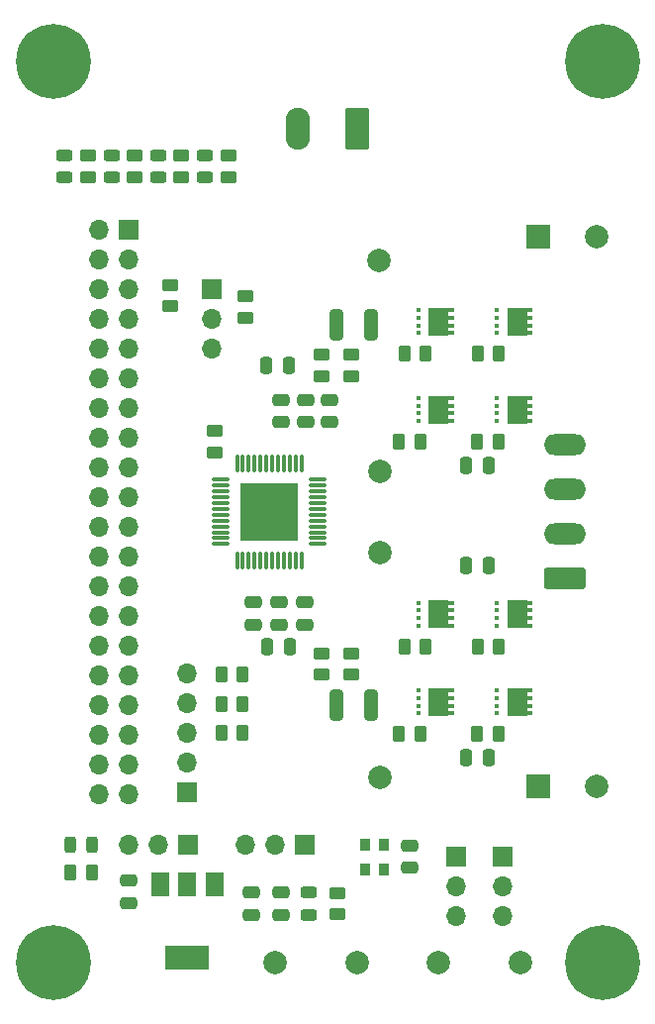
<source format=gts>
%TF.GenerationSoftware,KiCad,Pcbnew,(6.0.5)*%
%TF.CreationDate,2024-12-30T17:36:42+01:00*%
%TF.ProjectId,TMC5160_Dev,544d4335-3136-4305-9f44-65762e6b6963,rev?*%
%TF.SameCoordinates,Original*%
%TF.FileFunction,Soldermask,Top*%
%TF.FilePolarity,Negative*%
%FSLAX46Y46*%
G04 Gerber Fmt 4.6, Leading zero omitted, Abs format (unit mm)*
G04 Created by KiCad (PCBNEW (6.0.5)) date 2024-12-30 17:36:42*
%MOMM*%
%LPD*%
G01*
G04 APERTURE LIST*
G04 Aperture macros list*
%AMRoundRect*
0 Rectangle with rounded corners*
0 $1 Rounding radius*
0 $2 $3 $4 $5 $6 $7 $8 $9 X,Y pos of 4 corners*
0 Add a 4 corners polygon primitive as box body*
4,1,4,$2,$3,$4,$5,$6,$7,$8,$9,$2,$3,0*
0 Add four circle primitives for the rounded corners*
1,1,$1+$1,$2,$3*
1,1,$1+$1,$4,$5*
1,1,$1+$1,$6,$7*
1,1,$1+$1,$8,$9*
0 Add four rect primitives between the rounded corners*
20,1,$1+$1,$2,$3,$4,$5,0*
20,1,$1+$1,$4,$5,$6,$7,0*
20,1,$1+$1,$6,$7,$8,$9,0*
20,1,$1+$1,$8,$9,$2,$3,0*%
G04 Aperture macros list end*
%ADD10R,2.000000X2.000000*%
%ADD11C,2.000000*%
%ADD12RoundRect,0.243750X0.456250X-0.243750X0.456250X0.243750X-0.456250X0.243750X-0.456250X-0.243750X0*%
%ADD13RoundRect,0.250000X-0.475000X0.250000X-0.475000X-0.250000X0.475000X-0.250000X0.475000X0.250000X0*%
%ADD14R,0.400000X0.300000*%
%ADD15R,0.600000X0.300000*%
%ADD16R,1.740000X2.450000*%
%ADD17RoundRect,0.250000X0.475000X-0.250000X0.475000X0.250000X-0.475000X0.250000X-0.475000X-0.250000X0*%
%ADD18RoundRect,0.250000X0.250000X0.475000X-0.250000X0.475000X-0.250000X-0.475000X0.250000X-0.475000X0*%
%ADD19RoundRect,0.250000X-0.262500X-0.450000X0.262500X-0.450000X0.262500X0.450000X-0.262500X0.450000X0*%
%ADD20RoundRect,0.250000X0.262500X0.450000X-0.262500X0.450000X-0.262500X-0.450000X0.262500X-0.450000X0*%
%ADD21RoundRect,0.249999X0.790001X1.550001X-0.790001X1.550001X-0.790001X-1.550001X0.790001X-1.550001X0*%
%ADD22O,2.080000X3.600000*%
%ADD23R,1.700000X1.700000*%
%ADD24O,1.700000X1.700000*%
%ADD25C,6.400000*%
%ADD26RoundRect,0.250000X0.450000X-0.262500X0.450000X0.262500X-0.450000X0.262500X-0.450000X-0.262500X0*%
%ADD27RoundRect,0.250000X0.312500X1.075000X-0.312500X1.075000X-0.312500X-1.075000X0.312500X-1.075000X0*%
%ADD28RoundRect,0.243750X-0.243750X-0.456250X0.243750X-0.456250X0.243750X0.456250X-0.243750X0.456250X0*%
%ADD29RoundRect,0.075000X-0.075000X0.662500X-0.075000X-0.662500X0.075000X-0.662500X0.075000X0.662500X0*%
%ADD30RoundRect,0.075000X-0.662500X0.075000X-0.662500X-0.075000X0.662500X-0.075000X0.662500X0.075000X0*%
%ADD31R,5.000000X5.000000*%
%ADD32RoundRect,0.250000X-0.250000X-0.475000X0.250000X-0.475000X0.250000X0.475000X-0.250000X0.475000X0*%
%ADD33RoundRect,0.250000X1.550000X-0.650000X1.550000X0.650000X-1.550000X0.650000X-1.550000X-0.650000X0*%
%ADD34O,3.600000X1.800000*%
%ADD35R,1.500000X2.000000*%
%ADD36R,3.800000X2.000000*%
%ADD37RoundRect,0.250000X-0.450000X0.262500X-0.450000X-0.262500X0.450000X-0.262500X0.450000X0.262500X0*%
%ADD38RoundRect,0.243750X-0.456250X0.243750X-0.456250X-0.243750X0.456250X-0.243750X0.456250X0.243750X0*%
%ADD39R,0.900000X1.000000*%
G04 APERTURE END LIST*
D10*
%TO.C,C15*%
X166542323Y-82000000D03*
D11*
X171542323Y-82000000D03*
%TD*%
D12*
%TO.C,D3*%
X138000000Y-76925000D03*
X138000000Y-75050000D03*
%TD*%
D13*
%TO.C,C6*%
X144300000Y-113250000D03*
X144300000Y-115150000D03*
%TD*%
D14*
%TO.C,Q7*%
X162990000Y-96425000D03*
X162990000Y-95775000D03*
X162990000Y-97075000D03*
X162990000Y-97725000D03*
D15*
X165790000Y-95775000D03*
X165790000Y-97725000D03*
X165790000Y-97075000D03*
X165790000Y-96425000D03*
D16*
X164750000Y-96750000D03*
%TD*%
D17*
%TO.C,C3*%
X144500000Y-139950000D03*
X144500000Y-138050000D03*
%TD*%
D18*
%TO.C,C16*%
X145150000Y-93000000D03*
X143250000Y-93000000D03*
%TD*%
D19*
%TO.C,R21*%
X139387500Y-121900000D03*
X141212500Y-121900000D03*
%TD*%
D14*
%TO.C,Q2*%
X156240000Y-114575000D03*
X156240000Y-113925000D03*
X156240000Y-113275000D03*
X156240000Y-115225000D03*
D15*
X159040000Y-113275000D03*
X159040000Y-114575000D03*
D16*
X158000000Y-114250000D03*
D15*
X159040000Y-115225000D03*
X159040000Y-113925000D03*
%TD*%
D20*
%TO.C,R15*%
X156412500Y-124500000D03*
X154587500Y-124500000D03*
%TD*%
D21*
%TO.C,J6*%
X151040000Y-72777500D03*
D22*
X145960000Y-72777500D03*
%TD*%
D14*
%TO.C,Q5*%
X162990000Y-121425000D03*
X162990000Y-122075000D03*
X162990000Y-120775000D03*
X162990000Y-122725000D03*
D15*
X165790000Y-120775000D03*
X165790000Y-121425000D03*
X165790000Y-122075000D03*
X165790000Y-122725000D03*
D16*
X164750000Y-121750000D03*
%TD*%
D13*
%TO.C,C1*%
X131500000Y-137050000D03*
X131500000Y-138950000D03*
%TD*%
D19*
%TO.C,R6*%
X161337500Y-92000000D03*
X163162500Y-92000000D03*
%TD*%
D23*
%TO.C,J9*%
X138600000Y-86460000D03*
D24*
X138600000Y-89000000D03*
X138600000Y-91540000D03*
%TD*%
D14*
%TO.C,Q8*%
X156240000Y-95775000D03*
X156240000Y-97075000D03*
X156240000Y-96425000D03*
X156240000Y-97725000D03*
D15*
X159040000Y-95775000D03*
D16*
X158000000Y-96750000D03*
D15*
X159040000Y-97075000D03*
X159040000Y-97725000D03*
X159040000Y-96425000D03*
%TD*%
D25*
%TO.C,H2*%
X172000000Y-67000000D03*
%TD*%
D18*
%TO.C,C17*%
X145250000Y-117000000D03*
X143350000Y-117000000D03*
%TD*%
D20*
%TO.C,R17*%
X156412500Y-99500000D03*
X154587500Y-99500000D03*
%TD*%
D26*
%TO.C,R19*%
X141500000Y-88912500D03*
X141500000Y-87087500D03*
%TD*%
D25*
%TO.C,H4*%
X172000000Y-144000000D03*
%TD*%
D27*
%TO.C,R12*%
X152212500Y-122000000D03*
X149287500Y-122000000D03*
%TD*%
D19*
%TO.C,R20*%
X139387500Y-124400000D03*
X141212500Y-124400000D03*
%TD*%
D17*
%TO.C,C12*%
X148700000Y-97850000D03*
X148700000Y-95950000D03*
%TD*%
D28*
%TO.C,D2*%
X126462500Y-134000000D03*
X128337500Y-134000000D03*
%TD*%
D17*
%TO.C,C5*%
X146500000Y-115150000D03*
X146500000Y-113250000D03*
%TD*%
D12*
%TO.C,D4*%
X134000000Y-76925000D03*
X134000000Y-75050000D03*
%TD*%
D11*
%TO.C,TP5*%
X152900000Y-84000000D03*
%TD*%
D17*
%TO.C,C9*%
X142100000Y-115150000D03*
X142100000Y-113250000D03*
%TD*%
D29*
%TO.C,U1*%
X146250000Y-101337500D03*
X145750000Y-101337500D03*
X145250000Y-101337500D03*
X144750000Y-101337500D03*
X144250000Y-101337500D03*
X143750000Y-101337500D03*
X143250000Y-101337500D03*
X142750000Y-101337500D03*
X142250000Y-101337500D03*
X141750000Y-101337500D03*
X141250000Y-101337500D03*
X140750000Y-101337500D03*
D30*
X139337500Y-102750000D03*
X139337500Y-103250000D03*
X139337500Y-103750000D03*
X139337500Y-104250000D03*
X139337500Y-104750000D03*
X139337500Y-105250000D03*
X139337500Y-105750000D03*
X139337500Y-106250000D03*
X139337500Y-106750000D03*
X139337500Y-107250000D03*
X139337500Y-107750000D03*
X139337500Y-108250000D03*
D29*
X140750000Y-109662500D03*
X141250000Y-109662500D03*
X141750000Y-109662500D03*
X142250000Y-109662500D03*
X142750000Y-109662500D03*
X143250000Y-109662500D03*
X143750000Y-109662500D03*
X144250000Y-109662500D03*
X144750000Y-109662500D03*
X145250000Y-109662500D03*
X145750000Y-109662500D03*
X146250000Y-109662500D03*
D30*
X147662500Y-108250000D03*
X147662500Y-107750000D03*
X147662500Y-107250000D03*
X147662500Y-106750000D03*
X147662500Y-106250000D03*
X147662500Y-105750000D03*
X147662500Y-105250000D03*
X147662500Y-104750000D03*
X147662500Y-104250000D03*
X147662500Y-103750000D03*
X147662500Y-103250000D03*
X147662500Y-102750000D03*
D31*
X143500000Y-105500000D03*
%TD*%
D19*
%TO.C,R22*%
X139387500Y-119400000D03*
X141212500Y-119400000D03*
%TD*%
D12*
%TO.C,D6*%
X126000000Y-75050000D03*
X126000000Y-76925000D03*
%TD*%
D26*
%TO.C,R10*%
X150500000Y-93912500D03*
X150500000Y-92087500D03*
%TD*%
D11*
%TO.C,TP2*%
X151000000Y-144000000D03*
%TD*%
D14*
%TO.C,Q1*%
X162990000Y-113925000D03*
X162990000Y-113275000D03*
X162990000Y-114575000D03*
X162990000Y-115225000D03*
D15*
X165790000Y-113275000D03*
X165790000Y-114575000D03*
D16*
X164750000Y-114250000D03*
D15*
X165790000Y-115225000D03*
X165790000Y-113925000D03*
%TD*%
D13*
%TO.C,C7*%
X146600000Y-95950000D03*
X146600000Y-97850000D03*
%TD*%
D20*
%TO.C,R14*%
X163112500Y-124500000D03*
X161287500Y-124500000D03*
%TD*%
D23*
%TO.C,J8*%
X136500000Y-129500000D03*
D24*
X136500000Y-126960000D03*
X136500000Y-124420000D03*
X136500000Y-121880000D03*
X136500000Y-119340000D03*
%TD*%
D14*
%TO.C,Q4*%
X156240000Y-88925000D03*
X156240000Y-89575000D03*
X156240000Y-88275000D03*
X156240000Y-90225000D03*
D15*
X159040000Y-88275000D03*
X159040000Y-89575000D03*
X159040000Y-90225000D03*
D16*
X158000000Y-89250000D03*
D15*
X159040000Y-88925000D03*
%TD*%
D32*
%TO.C,C10*%
X160350000Y-110100000D03*
X162250000Y-110100000D03*
%TD*%
D23*
%TO.C,J4*%
X159500000Y-134960000D03*
D24*
X159500000Y-137500000D03*
X159500000Y-140040000D03*
%TD*%
D26*
%TO.C,R24*%
X136000000Y-76900000D03*
X136000000Y-75075000D03*
%TD*%
%TO.C,R3*%
X138800000Y-100412500D03*
X138800000Y-98587500D03*
%TD*%
D33*
%TO.C,J7*%
X168817500Y-111160000D03*
D34*
X168817500Y-107350000D03*
X168817500Y-103540000D03*
X168817500Y-99730000D03*
%TD*%
D23*
%TO.C,J5*%
X163500000Y-134960000D03*
D24*
X163500000Y-137500000D03*
X163500000Y-140040000D03*
%TD*%
D26*
%TO.C,R25*%
X132000000Y-76900000D03*
X132000000Y-75075000D03*
%TD*%
D35*
%TO.C,U2*%
X138800000Y-137350000D03*
X136500000Y-137350000D03*
D36*
X136500000Y-143650000D03*
D35*
X134200000Y-137350000D03*
%TD*%
D14*
%TO.C,Q6*%
X156240000Y-121425000D03*
X156240000Y-122075000D03*
X156240000Y-120775000D03*
X156240000Y-122725000D03*
D16*
X158000000Y-121750000D03*
D15*
X159040000Y-121425000D03*
X159040000Y-122075000D03*
X159040000Y-122725000D03*
X159040000Y-120775000D03*
%TD*%
D19*
%TO.C,R7*%
X155087500Y-92000000D03*
X156912500Y-92000000D03*
%TD*%
D13*
%TO.C,C4*%
X155500000Y-134050000D03*
X155500000Y-135950000D03*
%TD*%
D11*
%TO.C,TP6*%
X153000000Y-102000000D03*
%TD*%
D10*
%TO.C,C14*%
X166542323Y-129000000D03*
D11*
X171542323Y-129000000D03*
%TD*%
D17*
%TO.C,C2*%
X142000000Y-139950000D03*
X142000000Y-138050000D03*
%TD*%
D25*
%TO.C,H3*%
X125000000Y-144000000D03*
%TD*%
D37*
%TO.C,R1*%
X149300000Y-138087500D03*
X149300000Y-139912500D03*
%TD*%
D20*
%TO.C,R2*%
X128312500Y-136300000D03*
X126487500Y-136300000D03*
%TD*%
D11*
%TO.C,TP7*%
X153000000Y-109000000D03*
%TD*%
D13*
%TO.C,C8*%
X144500000Y-95950000D03*
X144500000Y-97850000D03*
%TD*%
D32*
%TO.C,C11*%
X160350000Y-126500000D03*
X162250000Y-126500000D03*
%TD*%
D25*
%TO.C,H1*%
X125000000Y-67000000D03*
%TD*%
D14*
%TO.C,Q3*%
X162990000Y-89575000D03*
X162990000Y-88275000D03*
X162990000Y-88925000D03*
X162990000Y-90225000D03*
D15*
X165790000Y-88275000D03*
D16*
X164750000Y-89250000D03*
D15*
X165790000Y-90225000D03*
X165790000Y-89575000D03*
X165790000Y-88925000D03*
%TD*%
D19*
%TO.C,R5*%
X155087500Y-117000000D03*
X156912500Y-117000000D03*
%TD*%
D11*
%TO.C,TP4*%
X165000000Y-144000000D03*
%TD*%
D23*
%TO.C,J2*%
X146500000Y-134000000D03*
D24*
X143960000Y-134000000D03*
X141420000Y-134000000D03*
%TD*%
D32*
%TO.C,C13*%
X160350000Y-101500000D03*
X162250000Y-101500000D03*
%TD*%
D11*
%TO.C,TP3*%
X158000000Y-144000000D03*
%TD*%
D37*
%TO.C,R18*%
X135000000Y-86087500D03*
X135000000Y-87912500D03*
%TD*%
D38*
%TO.C,D1*%
X146900000Y-138062500D03*
X146900000Y-139937500D03*
%TD*%
D23*
%TO.C,J3*%
X131500000Y-81370000D03*
D24*
X128960000Y-81370000D03*
X131500000Y-83910000D03*
X128960000Y-83910000D03*
X131500000Y-86450000D03*
X128960000Y-86450000D03*
X131500000Y-88990000D03*
X128960000Y-88990000D03*
X131500000Y-91530000D03*
X128960000Y-91530000D03*
X131500000Y-94070000D03*
X128960000Y-94070000D03*
X131500000Y-96610000D03*
X128960000Y-96610000D03*
X131500000Y-99150000D03*
X128960000Y-99150000D03*
X131500000Y-101690000D03*
X128960000Y-101690000D03*
X131500000Y-104230000D03*
X128960000Y-104230000D03*
X131500000Y-106770000D03*
X128960000Y-106770000D03*
X131500000Y-109310000D03*
X128960000Y-109310000D03*
X131500000Y-111850000D03*
X128960000Y-111850000D03*
X131500000Y-114390000D03*
X128960000Y-114390000D03*
X131500000Y-116930000D03*
X128960000Y-116930000D03*
X131500000Y-119470000D03*
X128960000Y-119470000D03*
X131500000Y-122010000D03*
X128960000Y-122010000D03*
X131500000Y-124550000D03*
X128960000Y-124550000D03*
X131500000Y-127090000D03*
X128960000Y-127090000D03*
X131500000Y-129630000D03*
X128960000Y-129630000D03*
%TD*%
D26*
%TO.C,R23*%
X140000000Y-76900000D03*
X140000000Y-75075000D03*
%TD*%
%TO.C,R11*%
X148000000Y-93912500D03*
X148000000Y-92087500D03*
%TD*%
D19*
%TO.C,R4*%
X161337500Y-117000000D03*
X163162500Y-117000000D03*
%TD*%
D11*
%TO.C,TP1*%
X144000000Y-144000000D03*
%TD*%
D20*
%TO.C,R16*%
X163112500Y-99500000D03*
X161287500Y-99500000D03*
%TD*%
D27*
%TO.C,R13*%
X152212500Y-89500000D03*
X149287500Y-89500000D03*
%TD*%
D12*
%TO.C,D5*%
X130000000Y-76925000D03*
X130000000Y-75050000D03*
%TD*%
D26*
%TO.C,R26*%
X128000000Y-76900000D03*
X128000000Y-75075000D03*
%TD*%
D23*
%TO.C,J1*%
X136525000Y-134000000D03*
D24*
X133985000Y-134000000D03*
X131445000Y-134000000D03*
%TD*%
D11*
%TO.C,TP8*%
X153000000Y-128200000D03*
%TD*%
D39*
%TO.C,X1*%
X151725000Y-133925000D03*
X151725000Y-136075000D03*
X153275000Y-136075000D03*
X153275000Y-133925000D03*
%TD*%
D37*
%TO.C,R8*%
X150500000Y-117587500D03*
X150500000Y-119412500D03*
%TD*%
%TO.C,R9*%
X148000000Y-117587500D03*
X148000000Y-119412500D03*
%TD*%
M02*

</source>
